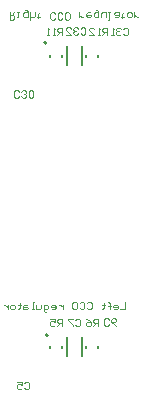
<source format=gbo>
%FSLAX25Y25*%
%MOIN*%
G70*
G01*
G75*
G04 Layer_Color=32896*
%ADD10R,0.33858X0.42126*%
%ADD11R,0.14173X0.04528*%
%ADD12R,0.03661X0.03661*%
%ADD13R,0.03500X0.03400*%
%ADD14R,0.03661X0.03661*%
%ADD15R,0.02200X0.06700*%
%ADD16R,0.02178X0.03937*%
%ADD17R,0.03200X0.03000*%
%ADD18C,0.01000*%
%ADD19C,0.04000*%
%ADD20C,0.02000*%
%ADD21C,0.03937*%
%ADD22C,0.06000*%
%ADD23C,0.04724*%
%ADD24R,0.04724X0.04724*%
%ADD25R,0.06000X0.06000*%
%ADD26P,0.06061X8X112.5*%
%ADD27P,0.06605X8X292.5*%
%ADD28P,0.17046X8X112.5*%
%ADD29C,0.07677*%
%ADD30P,0.17046X8X202.5*%
%ADD31P,0.07144X8X292.5*%
%ADD32C,0.05000*%
%ADD33C,0.02000*%
%ADD34C,0.04000*%
%ADD35R,0.07874X0.08661*%
%ADD36R,0.08661X0.07874*%
%ADD37R,0.03400X0.03500*%
%ADD38R,0.01772X0.01575*%
%ADD39R,0.04409X0.06772*%
%ADD40C,0.00984*%
%ADD41C,0.00600*%
%ADD42C,0.00787*%
%ADD43C,0.00500*%
%ADD44C,0.00800*%
%ADD45C,0.00400*%
%ADD46C,0.02800*%
%ADD47C,0.01500*%
%ADD48R,0.02000X0.02000*%
%ADD49R,0.34658X0.42926*%
%ADD50R,0.14973X0.05328*%
%ADD51R,0.04461X0.04461*%
%ADD52R,0.04461X0.04461*%
%ADD53R,0.03000X0.07500*%
%ADD54C,0.06800*%
%ADD55C,0.05524*%
%ADD56R,0.05524X0.05524*%
%ADD57P,0.06927X8X112.5*%
%ADD58P,0.07471X8X292.5*%
%ADD59P,0.17912X8X112.5*%
%ADD60C,0.08477*%
%ADD61P,0.17912X8X202.5*%
%ADD62P,0.08010X8X292.5*%
%ADD63C,0.05800*%
%ADD64C,0.02800*%
%ADD65R,0.02572X0.02375*%
%ADD66R,0.05209X0.07572*%
%ADD67C,0.04800*%
D41*
X424400Y60161D02*
Y60839D01*
X428600Y60161D02*
Y60839D01*
X436400Y60161D02*
Y60839D01*
X440600Y60161D02*
Y60839D01*
X424400Y157161D02*
Y157839D01*
X428600Y157161D02*
Y157839D01*
X436400Y157161D02*
Y157839D01*
X440600Y157161D02*
Y157839D01*
D43*
X423799Y64437D02*
G03*
X423799Y64437I-394J0D01*
G01*
X423299Y161937D02*
G03*
X423299Y161937I-394J0D01*
G01*
X429961Y57350D02*
Y63650D01*
X435039Y57350D02*
Y63650D01*
X429961Y154350D02*
Y160650D01*
X435039Y154350D02*
Y160650D01*
D45*
X415901Y48499D02*
X416300Y48899D01*
X417100D01*
X417500Y48499D01*
Y46900D01*
X417100Y46500D01*
X416300D01*
X415901Y46900D01*
X413501Y48899D02*
X415101D01*
Y47700D01*
X414301Y48099D01*
X413901D01*
X413501Y47700D01*
Y46900D01*
X413901Y46500D01*
X414701D01*
X415101Y46900D01*
X444100Y68001D02*
X443700Y67601D01*
X442900D01*
X442500Y68001D01*
Y69600D01*
X442900Y70000D01*
X443700D01*
X444100Y69600D01*
X446499Y67601D02*
X445699Y68001D01*
X444899Y68800D01*
Y69600D01*
X445299Y70000D01*
X446099D01*
X446499Y69600D01*
Y69200D01*
X446099Y68800D01*
X444899D01*
X432900Y69499D02*
X433300Y69899D01*
X434100D01*
X434500Y69499D01*
Y67900D01*
X434100Y67500D01*
X433300D01*
X432900Y67900D01*
X432101Y69899D02*
X430501D01*
Y69499D01*
X432101Y67900D01*
Y67500D01*
X414100Y144001D02*
X413700Y143601D01*
X412900D01*
X412500Y144001D01*
Y145600D01*
X412900Y146000D01*
X413700D01*
X414100Y145600D01*
X414899Y144001D02*
X415299Y143601D01*
X416099D01*
X416499Y144001D01*
Y144401D01*
X416099Y144800D01*
X415699D01*
X416099D01*
X416499Y145200D01*
Y145600D01*
X416099Y146000D01*
X415299D01*
X414899Y145600D01*
X417298Y144001D02*
X417698Y143601D01*
X418498D01*
X418898Y144001D01*
Y145600D01*
X418498Y146000D01*
X417698D01*
X417298Y145600D01*
Y144001D01*
X448901Y166499D02*
X449300Y166899D01*
X450100D01*
X450500Y166499D01*
Y164900D01*
X450100Y164500D01*
X449300D01*
X448901Y164900D01*
X448101Y166499D02*
X447701Y166899D01*
X446901D01*
X446501Y166499D01*
Y166100D01*
X446901Y165700D01*
X447301D01*
X446901D01*
X446501Y165300D01*
Y164900D01*
X446901Y164500D01*
X447701D01*
X448101Y164900D01*
X445702Y164500D02*
X444902D01*
X445302D01*
Y166899D01*
X445702Y166499D01*
X434679Y166569D02*
X435079Y166969D01*
X435879D01*
X436279Y166569D01*
Y164970D01*
X435879Y164570D01*
X435079D01*
X434679Y164970D01*
X433880Y166569D02*
X433480Y166969D01*
X432680D01*
X432280Y166569D01*
Y166169D01*
X432680Y165769D01*
X433080D01*
X432680D01*
X432280Y165369D01*
Y164970D01*
X432680Y164570D01*
X433480D01*
X433880Y164970D01*
X429881Y164570D02*
X431480D01*
X429881Y166169D01*
Y166569D01*
X430281Y166969D01*
X431080D01*
X431480Y166569D01*
X449500Y75399D02*
Y73000D01*
X447900D01*
X445901D02*
X446701D01*
X447101Y73400D01*
Y74200D01*
X446701Y74599D01*
X445901D01*
X445501Y74200D01*
Y73800D01*
X447101D01*
X444302Y73000D02*
Y74999D01*
Y74200D01*
X444702D01*
X443902D01*
X444302D01*
Y74999D01*
X443902Y75399D01*
X442302Y74999D02*
Y74599D01*
X442702D01*
X441902D01*
X442302D01*
Y73400D01*
X441902Y73000D01*
X436704Y74999D02*
X437104Y75399D01*
X437904D01*
X438304Y74999D01*
Y73400D01*
X437904Y73000D01*
X437104D01*
X436704Y73400D01*
X434305Y74999D02*
X434705Y75399D01*
X435505D01*
X435904Y74999D01*
Y73400D01*
X435505Y73000D01*
X434705D01*
X434305Y73400D01*
X432306Y75399D02*
X433105D01*
X433505Y74999D01*
Y73400D01*
X433105Y73000D01*
X432306D01*
X431906Y73400D01*
Y74999D01*
X432306Y75399D01*
X428707Y74599D02*
Y73000D01*
Y73800D01*
X428307Y74200D01*
X427907Y74599D01*
X427507D01*
X425108Y73000D02*
X425908D01*
X426307Y73400D01*
Y74200D01*
X425908Y74599D01*
X425108D01*
X424708Y74200D01*
Y73800D01*
X426307D01*
X423109Y72200D02*
X422709D01*
X422309Y72600D01*
Y74599D01*
X423508D01*
X423908Y74200D01*
Y73400D01*
X423508Y73000D01*
X422309D01*
X421509Y74599D02*
Y73400D01*
X421109Y73000D01*
X419910D01*
Y74599D01*
X419110Y73000D02*
X418310D01*
X418710D01*
Y75399D01*
X419110D01*
X416711Y74599D02*
X415911D01*
X415511Y74200D01*
Y73000D01*
X416711D01*
X417110Y73400D01*
X416711Y73800D01*
X415511D01*
X414311Y74999D02*
Y74599D01*
X414711D01*
X413912D01*
X414311D01*
Y73400D01*
X413912Y73000D01*
X412312D02*
X411512D01*
X411112Y73400D01*
Y74200D01*
X411512Y74599D01*
X412312D01*
X412712Y74200D01*
Y73400D01*
X412312Y73000D01*
X410313Y74599D02*
Y73000D01*
Y73800D01*
X409913Y74200D01*
X409513Y74599D01*
X409113D01*
X428500Y67500D02*
Y69899D01*
X427300D01*
X426900Y69499D01*
Y68700D01*
X427300Y68300D01*
X428500D01*
X427700D02*
X426900Y67500D01*
X424501Y69899D02*
X426101D01*
Y68700D01*
X425301Y69099D01*
X424901D01*
X424501Y68700D01*
Y67900D01*
X424901Y67500D01*
X425701D01*
X426101Y67900D01*
X440500Y67500D02*
Y69899D01*
X439300D01*
X438901Y69499D01*
Y68700D01*
X439300Y68300D01*
X440500D01*
X439700D02*
X438901Y67500D01*
X436501Y69899D02*
X437301Y69499D01*
X438101Y68700D01*
Y67900D01*
X437701Y67500D01*
X436901D01*
X436501Y67900D01*
Y68300D01*
X436901Y68700D01*
X438101D01*
X428500Y164500D02*
Y166899D01*
X427300D01*
X426900Y166499D01*
Y165700D01*
X427300Y165300D01*
X428500D01*
X427700D02*
X426900Y164500D01*
X426101D02*
X425301D01*
X425701D01*
Y166899D01*
X426101Y166499D01*
X424101Y164500D02*
X423302D01*
X423702D01*
Y166899D01*
X424101Y166499D01*
X443500Y164500D02*
Y166899D01*
X442300D01*
X441900Y166499D01*
Y165700D01*
X442300Y165300D01*
X443500D01*
X442700D02*
X441900Y164500D01*
X441101D02*
X440301D01*
X440701D01*
Y166899D01*
X441101Y166499D01*
X437502Y164500D02*
X439101D01*
X437502Y166100D01*
Y166499D01*
X437902Y166899D01*
X438702D01*
X439101Y166499D01*
X411000Y172000D02*
Y169601D01*
X412200D01*
X412600Y170001D01*
Y170800D01*
X412200Y171200D01*
X411000D01*
X411800D02*
X412600Y172000D01*
X413399D02*
X414199D01*
X413799D01*
Y170401D01*
X413399D01*
X416198Y172800D02*
X416598D01*
X416998Y172400D01*
Y170401D01*
X415798D01*
X415399Y170800D01*
Y171600D01*
X415798Y172000D01*
X416998D01*
X417798Y169601D02*
Y172000D01*
Y170800D01*
X418198Y170401D01*
X418997D01*
X419397Y170800D01*
Y172000D01*
X420597Y170001D02*
Y170401D01*
X420197D01*
X420997D01*
X420597D01*
Y171600D01*
X420997Y172000D01*
X426195Y170001D02*
X425795Y169601D01*
X424995D01*
X424596Y170001D01*
Y171600D01*
X424995Y172000D01*
X425795D01*
X426195Y171600D01*
X428594Y170001D02*
X428194Y169601D01*
X427395D01*
X426995Y170001D01*
Y171600D01*
X427395Y172000D01*
X428194D01*
X428594Y171600D01*
X430594Y169601D02*
X429794D01*
X429394Y170001D01*
Y171600D01*
X429794Y172000D01*
X430594D01*
X430994Y171600D01*
Y170001D01*
X430594Y169601D01*
X434193Y170401D02*
Y172000D01*
Y171200D01*
X434592Y170800D01*
X434992Y170401D01*
X435392D01*
X437791Y172000D02*
X436992D01*
X436592Y171600D01*
Y170800D01*
X436992Y170401D01*
X437791D01*
X438191Y170800D01*
Y171200D01*
X436592D01*
X439791Y172800D02*
X440191D01*
X440590Y172400D01*
Y170401D01*
X439391D01*
X438991Y170800D01*
Y171600D01*
X439391Y172000D01*
X440590D01*
X441390Y170401D02*
Y171600D01*
X441790Y172000D01*
X442990D01*
Y170401D01*
X443789Y172000D02*
X444589D01*
X444189D01*
Y169601D01*
X443789D01*
X446189Y170401D02*
X446988D01*
X447388Y170800D01*
Y172000D01*
X446189D01*
X445789Y171600D01*
X446189Y171200D01*
X447388D01*
X448588Y170001D02*
Y170401D01*
X448188D01*
X448988D01*
X448588D01*
Y171600D01*
X448988Y172000D01*
X450587D02*
X451387D01*
X451787Y171600D01*
Y170800D01*
X451387Y170401D01*
X450587D01*
X450187Y170800D01*
Y171600D01*
X450587Y172000D01*
X452587Y170401D02*
Y172000D01*
Y171200D01*
X452986Y170800D01*
X453386Y170401D01*
X453786D01*
M02*

</source>
